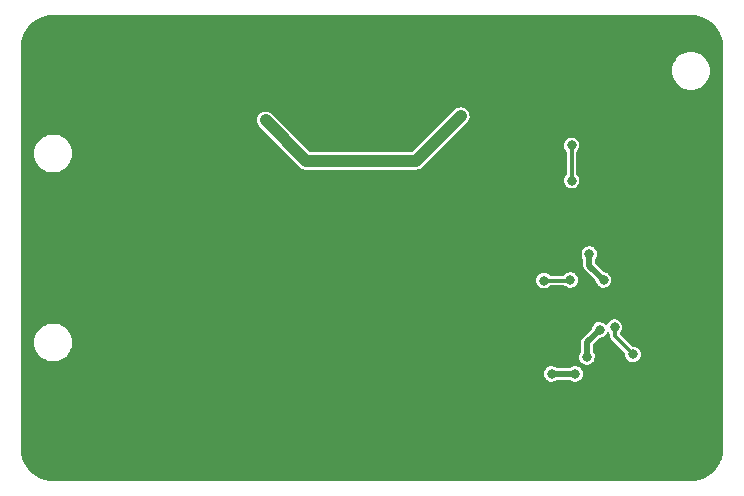
<source format=gbr>
%TF.GenerationSoftware,KiCad,Pcbnew,(6.0.2)*%
%TF.CreationDate,2022-09-18T20:27:37+02:00*%
%TF.ProjectId,8-4GHzDSN_V2,382d3447-487a-4445-934e-5f56322e6b69,rev?*%
%TF.SameCoordinates,Original*%
%TF.FileFunction,Copper,L2,Bot*%
%TF.FilePolarity,Positive*%
%FSLAX46Y46*%
G04 Gerber Fmt 4.6, Leading zero omitted, Abs format (unit mm)*
G04 Created by KiCad (PCBNEW (6.0.2)) date 2022-09-18 20:27:37*
%MOMM*%
%LPD*%
G01*
G04 APERTURE LIST*
%TA.AperFunction,SMDPad,CuDef*%
%ADD10R,1.524000X2.286000*%
%TD*%
%TA.AperFunction,ComponentPad*%
%ADD11C,0.400000*%
%TD*%
%TA.AperFunction,ComponentPad*%
%ADD12R,4.000000X2.000000*%
%TD*%
%TA.AperFunction,ComponentPad*%
%ADD13C,0.500000*%
%TD*%
%TA.AperFunction,SMDPad,CuDef*%
%ADD14R,1.800000X2.500000*%
%TD*%
%TA.AperFunction,ComponentPad*%
%ADD15C,0.600000*%
%TD*%
%TA.AperFunction,SMDPad,CuDef*%
%ADD16R,3.600000X3.600000*%
%TD*%
%TA.AperFunction,ComponentPad*%
%ADD17R,2.000000X4.000000*%
%TD*%
%TA.AperFunction,ViaPad*%
%ADD18C,0.800000*%
%TD*%
%TA.AperFunction,Conductor*%
%ADD19C,1.000000*%
%TD*%
%TA.AperFunction,Conductor*%
%ADD20C,0.300000*%
%TD*%
%TA.AperFunction,Conductor*%
%ADD21C,0.500000*%
%TD*%
G04 APERTURE END LIST*
D10*
%TO.P,U11,13,GND*%
%TO.N,GNDREF*%
X130550000Y-120000000D03*
D11*
X130750000Y-120000000D03*
%TD*%
D12*
%TO.P,J3,2,Ext*%
%TO.N,GNDREF*%
X157800000Y-110628000D03*
X157800000Y-115200000D03*
%TD*%
D13*
%TO.P,U1,2,GND*%
%TO.N,GNDREF*%
X111350000Y-121500000D03*
X111350000Y-121000000D03*
X110850000Y-121000000D03*
X110850000Y-121500000D03*
%TO.P,U1,4,GND*%
X111350000Y-118500000D03*
X110850000Y-118500000D03*
X111350000Y-119000000D03*
X110850000Y-119000000D03*
%TD*%
%TO.P,U5,3*%
%TO.N,GNDREF*%
X118900000Y-121000000D03*
X119775000Y-121000000D03*
%TO.P,U5,4*%
X118900000Y-119000000D03*
X119900000Y-119000000D03*
%TD*%
%TO.P,U15,9,EP*%
%TO.N,GNDREF*%
X148052500Y-103282500D03*
X148052500Y-105282500D03*
D14*
X147402500Y-104282500D03*
D13*
X146752500Y-103282500D03*
X148052500Y-104282500D03*
X146752500Y-104282500D03*
X146752500Y-105282500D03*
%TD*%
D12*
%TO.P,J2,2,Ext*%
%TO.N,GNDREF*%
X102250000Y-122286000D03*
X102250000Y-117714000D03*
%TD*%
D15*
%TO.P,U22,33,EP*%
%TO.N,GNDREF*%
X147200000Y-125200000D03*
X144200000Y-128200000D03*
X147200000Y-128200000D03*
X145700000Y-126700000D03*
X145700000Y-128200000D03*
D16*
X145700000Y-126700000D03*
D15*
X147200000Y-126700000D03*
X144200000Y-125200000D03*
X145700000Y-125200000D03*
X144200000Y-126700000D03*
%TD*%
D17*
%TO.P,J4,2,Ext*%
%TO.N,GNDREF*%
X135286000Y-137750000D03*
X130714000Y-137750000D03*
%TD*%
D18*
%TO.N,GNDREF*%
X115800000Y-118600000D03*
X136137500Y-113562500D03*
X124400000Y-118600000D03*
X104600000Y-121400000D03*
X105700000Y-118600000D03*
X117000000Y-118600000D03*
X139600000Y-129200000D03*
X117300000Y-121400000D03*
X128000000Y-118600000D03*
X132000000Y-134000000D03*
X151300000Y-116600000D03*
X129250000Y-118600000D03*
X134700000Y-125400000D03*
X147600000Y-132400000D03*
X152800000Y-114200000D03*
X125600000Y-118600000D03*
X134700000Y-131500000D03*
X140800000Y-104800000D03*
X108200000Y-121400000D03*
X141900000Y-112900000D03*
X143700000Y-111600000D03*
X144202500Y-108082500D03*
X124400000Y-121400000D03*
X142700000Y-112100000D03*
X120800000Y-121400000D03*
X132000000Y-128100000D03*
X138800000Y-132800000D03*
X109400000Y-121400000D03*
X136137500Y-114700000D03*
X143600000Y-121100000D03*
X144900000Y-111600000D03*
X149300000Y-111600000D03*
X153600000Y-122900000D03*
X152000000Y-107400000D03*
X150400000Y-111600000D03*
X132000000Y-130400000D03*
X157800000Y-129000000D03*
X152800000Y-111600000D03*
X142000000Y-116600000D03*
X134700000Y-124200000D03*
X120800000Y-118600000D03*
X131800000Y-135100000D03*
X116250000Y-105750000D03*
X141200000Y-113600000D03*
X128925000Y-106775000D03*
X137518750Y-127618750D03*
X123200000Y-121400000D03*
X134300000Y-118600000D03*
X122000000Y-118600000D03*
X127850000Y-104800000D03*
X126800000Y-118600000D03*
X134700000Y-130300000D03*
X114600000Y-118600000D03*
X151600000Y-114200000D03*
X144300000Y-114300000D03*
X126625000Y-106775000D03*
X129100000Y-104800000D03*
X155200000Y-111600000D03*
X140018750Y-125381250D03*
X144400000Y-132400000D03*
X132000000Y-125700000D03*
X132000000Y-132800000D03*
X148100000Y-111600000D03*
X112500000Y-121400000D03*
X134700000Y-129100000D03*
X113700000Y-121400000D03*
X123200000Y-118600000D03*
X104500000Y-118600000D03*
X105800000Y-121400000D03*
X154000000Y-114200000D03*
X150400000Y-114200000D03*
X107000000Y-121400000D03*
X148100000Y-114200000D03*
X135500000Y-118600000D03*
X147200000Y-121100000D03*
X120100000Y-106337500D03*
X155200000Y-114200000D03*
X113400000Y-118600000D03*
X134700000Y-132700000D03*
X127850000Y-108550000D03*
X153300000Y-120800000D03*
X118100000Y-118600000D03*
X126600000Y-104800000D03*
X130350000Y-106800000D03*
X152200000Y-126700000D03*
X143700000Y-136300000D03*
X111200000Y-108200000D03*
X116100000Y-121400000D03*
X142800000Y-115800000D03*
X128850000Y-108550000D03*
X122000000Y-121400000D03*
X149300000Y-114200000D03*
X130350000Y-104800000D03*
X140937500Y-130825000D03*
X134700000Y-126600000D03*
X142400000Y-108800000D03*
X151775000Y-122900000D03*
X126800000Y-121400000D03*
X152400000Y-134900000D03*
X132000000Y-131600000D03*
X143500000Y-115100000D03*
X145600000Y-114300000D03*
X154000000Y-111600000D03*
X132000000Y-126900000D03*
X128000000Y-121400000D03*
X151600000Y-111600000D03*
X114900000Y-121400000D03*
X133100000Y-118600000D03*
X109300000Y-118600000D03*
X130350000Y-108550000D03*
X108100000Y-118600000D03*
X125600000Y-121400000D03*
X132000000Y-129200000D03*
X134700000Y-127800000D03*
X121600000Y-113500000D03*
X136100000Y-115900000D03*
X126600000Y-108550000D03*
X127875000Y-106775000D03*
X131300000Y-124800000D03*
X106900000Y-118600000D03*
%TO.N,+5V*%
X121000000Y-109200000D03*
X137500000Y-108850000D03*
%TO.N,+3V3*%
X146900000Y-114300000D03*
X146900000Y-111300000D03*
%TO.N,Net-(C21-Pad1)*%
X144562500Y-122762500D03*
X150537500Y-126700000D03*
X152100000Y-128999500D03*
X146800000Y-122700000D03*
%TO.N,Net-(C27-Pad1)*%
X147199500Y-130650480D03*
X148200980Y-129220102D03*
X149273739Y-126922774D03*
X145200500Y-130650480D03*
%TO.N,Net-(C35-Pad1)*%
X149600000Y-122700000D03*
X148400000Y-120500000D03*
%TD*%
D19*
%TO.N,+5V*%
X124400000Y-112600000D02*
X133750000Y-112600000D01*
X133750000Y-112600000D02*
X137500000Y-108850000D01*
X121000000Y-109200000D02*
X124400000Y-112600000D01*
D20*
%TO.N,+3V3*%
X146900000Y-111300000D02*
X146900000Y-114300000D01*
%TO.N,Net-(C21-Pad1)*%
X150537500Y-126700000D02*
X150537500Y-127237500D01*
X146737500Y-122762500D02*
X146800000Y-122700000D01*
X150537500Y-127237500D02*
X150537500Y-127437000D01*
X150537500Y-127437000D02*
X152100000Y-128999500D01*
X144562500Y-122762500D02*
X146737500Y-122762500D01*
D21*
%TO.N,Net-(C27-Pad1)*%
X148200980Y-129220102D02*
X148200980Y-127995533D01*
X145200500Y-130650480D02*
X147199500Y-130650480D01*
X148200980Y-127995533D02*
X149273739Y-126922774D01*
%TO.N,Net-(C35-Pad1)*%
X148400000Y-120500000D02*
X148400000Y-121500000D01*
X148400000Y-121500000D02*
X149600000Y-122700000D01*
%TD*%
%TA.AperFunction,Conductor*%
%TO.N,GNDREF*%
G36*
X156987153Y-100256421D02*
G01*
X157000000Y-100258976D01*
X157012170Y-100256556D01*
X157024581Y-100256556D01*
X157024581Y-100256757D01*
X157035469Y-100255992D01*
X157300393Y-100270870D01*
X157314425Y-100272450D01*
X157459248Y-100297057D01*
X157604066Y-100321663D01*
X157617841Y-100324807D01*
X157704600Y-100349802D01*
X157900156Y-100406141D01*
X157913477Y-100410802D01*
X158184912Y-100523234D01*
X158197635Y-100529361D01*
X158286523Y-100578488D01*
X158454768Y-100671474D01*
X158466731Y-100678991D01*
X158706329Y-100848994D01*
X158717377Y-100857804D01*
X158936439Y-101053570D01*
X158946430Y-101063561D01*
X159142196Y-101282623D01*
X159151006Y-101293671D01*
X159321009Y-101533269D01*
X159328526Y-101545232D01*
X159470637Y-101802361D01*
X159476766Y-101815088D01*
X159589198Y-102086523D01*
X159593859Y-102099844D01*
X159650198Y-102295400D01*
X159675193Y-102382159D01*
X159678337Y-102395934D01*
X159727549Y-102685570D01*
X159729131Y-102699611D01*
X159744008Y-102964528D01*
X159743243Y-102975419D01*
X159743444Y-102975419D01*
X159743444Y-102987830D01*
X159741024Y-103000000D01*
X159743579Y-103012844D01*
X159746000Y-103037425D01*
X159746000Y-136962575D01*
X159743579Y-136987153D01*
X159741024Y-137000000D01*
X159743444Y-137012170D01*
X159743444Y-137024581D01*
X159743243Y-137024581D01*
X159744008Y-137035472D01*
X159729131Y-137300389D01*
X159727549Y-137314430D01*
X159678337Y-137604066D01*
X159675193Y-137617841D01*
X159593859Y-137900156D01*
X159589198Y-137913477D01*
X159476768Y-138184908D01*
X159470637Y-138197639D01*
X159328526Y-138454768D01*
X159321009Y-138466731D01*
X159151006Y-138706329D01*
X159142196Y-138717377D01*
X158946430Y-138936439D01*
X158936439Y-138946430D01*
X158717377Y-139142196D01*
X158706329Y-139151006D01*
X158466731Y-139321009D01*
X158454768Y-139328526D01*
X158197635Y-139470639D01*
X158184912Y-139476766D01*
X157913477Y-139589198D01*
X157900156Y-139593859D01*
X157704600Y-139650198D01*
X157617841Y-139675193D01*
X157604066Y-139678337D01*
X157459248Y-139702943D01*
X157314425Y-139727550D01*
X157300393Y-139729130D01*
X157035469Y-139744008D01*
X157024581Y-139743243D01*
X157024581Y-139743444D01*
X157012170Y-139743444D01*
X157000000Y-139741024D01*
X156987153Y-139743579D01*
X156962575Y-139746000D01*
X103037425Y-139746000D01*
X103012847Y-139743579D01*
X103000000Y-139741024D01*
X102987830Y-139743444D01*
X102975419Y-139743444D01*
X102975419Y-139743243D01*
X102964531Y-139744008D01*
X102699607Y-139729130D01*
X102685575Y-139727550D01*
X102540752Y-139702943D01*
X102395934Y-139678337D01*
X102382159Y-139675193D01*
X102295400Y-139650198D01*
X102099844Y-139593859D01*
X102086523Y-139589198D01*
X101815088Y-139476766D01*
X101802365Y-139470639D01*
X101545232Y-139328526D01*
X101533269Y-139321009D01*
X101293671Y-139151006D01*
X101282623Y-139142196D01*
X101063561Y-138946430D01*
X101053570Y-138936439D01*
X100857804Y-138717377D01*
X100848994Y-138706329D01*
X100678991Y-138466731D01*
X100671474Y-138454768D01*
X100529363Y-138197639D01*
X100523232Y-138184908D01*
X100410802Y-137913477D01*
X100406141Y-137900156D01*
X100324807Y-137617841D01*
X100321663Y-137604066D01*
X100272451Y-137314430D01*
X100270869Y-137300389D01*
X100255992Y-137035472D01*
X100256757Y-137024581D01*
X100256556Y-137024581D01*
X100256556Y-137012170D01*
X100258976Y-137000000D01*
X100256421Y-136987153D01*
X100254000Y-136962575D01*
X100254000Y-130643576D01*
X144541229Y-130643576D01*
X144558613Y-130801033D01*
X144613053Y-130949799D01*
X144701408Y-131081285D01*
X144707027Y-131086398D01*
X144707028Y-131086399D01*
X144718403Y-131096749D01*
X144818576Y-131187899D01*
X144957793Y-131263488D01*
X145111022Y-131303687D01*
X145194977Y-131305006D01*
X145261819Y-131306056D01*
X145261822Y-131306056D01*
X145269416Y-131306175D01*
X145423832Y-131270809D01*
X145494242Y-131235397D01*
X145558572Y-131203043D01*
X145558575Y-131203041D01*
X145565355Y-131199631D01*
X145582289Y-131185168D01*
X145647079Y-131156138D01*
X145664119Y-131154980D01*
X146732653Y-131154980D01*
X146800774Y-131174982D01*
X146805568Y-131178665D01*
X146805766Y-131178387D01*
X146811959Y-131182788D01*
X146817576Y-131187899D01*
X146956793Y-131263488D01*
X147110022Y-131303687D01*
X147193977Y-131305006D01*
X147260819Y-131306056D01*
X147260822Y-131306056D01*
X147268416Y-131306175D01*
X147422832Y-131270809D01*
X147493242Y-131235397D01*
X147557572Y-131203043D01*
X147557575Y-131203041D01*
X147564355Y-131199631D01*
X147570126Y-131194702D01*
X147570129Y-131194700D01*
X147679036Y-131101684D01*
X147679036Y-131101683D01*
X147684814Y-131096749D01*
X147777255Y-130968104D01*
X147836342Y-130821121D01*
X147858662Y-130664287D01*
X147858807Y-130650480D01*
X147839776Y-130493213D01*
X147783780Y-130345026D01*
X147694053Y-130214472D01*
X147575775Y-130109091D01*
X147568389Y-130105180D01*
X147442488Y-130038519D01*
X147442489Y-130038519D01*
X147435774Y-130034964D01*
X147282133Y-129996372D01*
X147274534Y-129996332D01*
X147274533Y-129996332D01*
X147208681Y-129995987D01*
X147123721Y-129995542D01*
X147116341Y-129997314D01*
X147116339Y-129997314D01*
X146977063Y-130030751D01*
X146977060Y-130030752D01*
X146969684Y-130032523D01*
X146828914Y-130105180D01*
X146823192Y-130110172D01*
X146823190Y-130110173D01*
X146817736Y-130114931D01*
X146753253Y-130144637D01*
X146734909Y-130145980D01*
X145666167Y-130145980D01*
X145598046Y-130125978D01*
X145582643Y-130114282D01*
X145582454Y-130114150D01*
X145576775Y-130109091D01*
X145436774Y-130034964D01*
X145283133Y-129996372D01*
X145275534Y-129996332D01*
X145275533Y-129996332D01*
X145209681Y-129995987D01*
X145124721Y-129995542D01*
X145117341Y-129997314D01*
X145117339Y-129997314D01*
X144978063Y-130030751D01*
X144978060Y-130030752D01*
X144970684Y-130032523D01*
X144829914Y-130105180D01*
X144710539Y-130209318D01*
X144619450Y-130338924D01*
X144561906Y-130486517D01*
X144541229Y-130643576D01*
X100254000Y-130643576D01*
X100254000Y-128000000D01*
X101390539Y-128000000D01*
X101410354Y-128251775D01*
X101411508Y-128256582D01*
X101411509Y-128256588D01*
X101433274Y-128347243D01*
X101469312Y-128497351D01*
X101471205Y-128501922D01*
X101471206Y-128501924D01*
X101553728Y-128701149D01*
X101565960Y-128730680D01*
X101697919Y-128946017D01*
X101861939Y-129138061D01*
X102053983Y-129302081D01*
X102269320Y-129434040D01*
X102273890Y-129435933D01*
X102273894Y-129435935D01*
X102475448Y-129519421D01*
X102502649Y-129530688D01*
X102543694Y-129540542D01*
X102743412Y-129588491D01*
X102743418Y-129588492D01*
X102748225Y-129589646D01*
X102836253Y-129596574D01*
X102934507Y-129604307D01*
X102934516Y-129604307D01*
X102936964Y-129604500D01*
X103063036Y-129604500D01*
X103065484Y-129604307D01*
X103065493Y-129604307D01*
X103163747Y-129596574D01*
X103251775Y-129589646D01*
X103256582Y-129588492D01*
X103256588Y-129588491D01*
X103456306Y-129540542D01*
X103497351Y-129530688D01*
X103524552Y-129519421D01*
X103726106Y-129435935D01*
X103726110Y-129435933D01*
X103730680Y-129434040D01*
X103946017Y-129302081D01*
X104050086Y-129213198D01*
X147541709Y-129213198D01*
X147550374Y-129291685D01*
X147553865Y-129323298D01*
X147559093Y-129370655D01*
X147561703Y-129377786D01*
X147561703Y-129377788D01*
X147586581Y-129445769D01*
X147613533Y-129519421D01*
X147617769Y-129525724D01*
X147617769Y-129525725D01*
X147635468Y-129552063D01*
X147701888Y-129650907D01*
X147707507Y-129656020D01*
X147707508Y-129656021D01*
X147718883Y-129666371D01*
X147819056Y-129757521D01*
X147958273Y-129833110D01*
X148111502Y-129873309D01*
X148195457Y-129874628D01*
X148262299Y-129875678D01*
X148262302Y-129875678D01*
X148269896Y-129875797D01*
X148424312Y-129840431D01*
X148494722Y-129805019D01*
X148559052Y-129772665D01*
X148559055Y-129772663D01*
X148565835Y-129769253D01*
X148571606Y-129764324D01*
X148571609Y-129764322D01*
X148680516Y-129671306D01*
X148680516Y-129671305D01*
X148686294Y-129666371D01*
X148778735Y-129537726D01*
X148837822Y-129390743D01*
X148860142Y-129233909D01*
X148860287Y-129220102D01*
X148841256Y-129062835D01*
X148785260Y-128914648D01*
X148727640Y-128830810D01*
X148705480Y-128759443D01*
X148705480Y-128256694D01*
X148725482Y-128188573D01*
X148742385Y-128167599D01*
X149302573Y-127607411D01*
X149363539Y-127573686D01*
X149489666Y-127544799D01*
X149497071Y-127543103D01*
X149588451Y-127497144D01*
X149631811Y-127475337D01*
X149631814Y-127475335D01*
X149638594Y-127471925D01*
X149644365Y-127466996D01*
X149644368Y-127466994D01*
X149753275Y-127373978D01*
X149753275Y-127373977D01*
X149759053Y-127369043D01*
X149851494Y-127240398D01*
X149866192Y-127203836D01*
X149910159Y-127148092D01*
X149977284Y-127124967D01*
X150046255Y-127141804D01*
X150067900Y-127157641D01*
X150091801Y-127179390D01*
X150128723Y-127240031D01*
X150133000Y-127272582D01*
X150133000Y-127501066D01*
X150136065Y-127510498D01*
X150136065Y-127510500D01*
X150139895Y-127522287D01*
X150144511Y-127541513D01*
X150148002Y-127563555D01*
X150155601Y-127578469D01*
X150158133Y-127583438D01*
X150165699Y-127601704D01*
X150172595Y-127622929D01*
X150178425Y-127630953D01*
X150185716Y-127640989D01*
X150196045Y-127657844D01*
X150206174Y-127677723D01*
X150228962Y-127700511D01*
X150228965Y-127700515D01*
X150836344Y-128307893D01*
X151406136Y-128877685D01*
X151440161Y-128939997D01*
X151441722Y-128977468D01*
X151441800Y-128977469D01*
X151441784Y-128978967D01*
X151441962Y-128983231D01*
X151440729Y-128992596D01*
X151448484Y-129062835D01*
X151457144Y-129141274D01*
X151458113Y-129150053D01*
X151460723Y-129157184D01*
X151460723Y-129157186D01*
X151488800Y-129233909D01*
X151512553Y-129298819D01*
X151516789Y-129305122D01*
X151516789Y-129305123D01*
X151579064Y-129397797D01*
X151600908Y-129430305D01*
X151606527Y-129435418D01*
X151606528Y-129435419D01*
X151698846Y-129519421D01*
X151718076Y-129536919D01*
X151857293Y-129612508D01*
X152010522Y-129652707D01*
X152094477Y-129654026D01*
X152161319Y-129655076D01*
X152161322Y-129655076D01*
X152168916Y-129655195D01*
X152323332Y-129619829D01*
X152393742Y-129584417D01*
X152458072Y-129552063D01*
X152458075Y-129552061D01*
X152464855Y-129548651D01*
X152470626Y-129543722D01*
X152470629Y-129543720D01*
X152579536Y-129450704D01*
X152579536Y-129450703D01*
X152585314Y-129445769D01*
X152677755Y-129317124D01*
X152736842Y-129170141D01*
X152759162Y-129013307D01*
X152759307Y-128999500D01*
X152740276Y-128842233D01*
X152684280Y-128694046D01*
X152594553Y-128563492D01*
X152476275Y-128458111D01*
X152336274Y-128383984D01*
X152182633Y-128345392D01*
X152175034Y-128345352D01*
X152175033Y-128345352D01*
X152079292Y-128344851D01*
X152068878Y-128344796D01*
X152000863Y-128324438D01*
X151980443Y-128307893D01*
X151009172Y-127336622D01*
X150975146Y-127274310D01*
X150980211Y-127203495D01*
X151012496Y-127157349D01*
X151011894Y-127156796D01*
X151016029Y-127152299D01*
X151016438Y-127151715D01*
X151022814Y-127146269D01*
X151115255Y-127017624D01*
X151174342Y-126870641D01*
X151196662Y-126713807D01*
X151196807Y-126700000D01*
X151196243Y-126695335D01*
X151185311Y-126605002D01*
X151177776Y-126542733D01*
X151121780Y-126394546D01*
X151061789Y-126307258D01*
X151036355Y-126270251D01*
X151036354Y-126270249D01*
X151032053Y-126263992D01*
X150913775Y-126158611D01*
X150906389Y-126154700D01*
X150780488Y-126088039D01*
X150780489Y-126088039D01*
X150773774Y-126084484D01*
X150620133Y-126045892D01*
X150612534Y-126045852D01*
X150612533Y-126045852D01*
X150546681Y-126045507D01*
X150461721Y-126045062D01*
X150454341Y-126046834D01*
X150454339Y-126046834D01*
X150315063Y-126080271D01*
X150315060Y-126080272D01*
X150307684Y-126082043D01*
X150166914Y-126154700D01*
X150047539Y-126258838D01*
X149956450Y-126388444D01*
X149953690Y-126395524D01*
X149945343Y-126416932D01*
X149901962Y-126473133D01*
X149835083Y-126496960D01*
X149765939Y-126480847D01*
X149744132Y-126465239D01*
X149655690Y-126386441D01*
X149655684Y-126386437D01*
X149650014Y-126381385D01*
X149642628Y-126377474D01*
X149600790Y-126355322D01*
X149510013Y-126307258D01*
X149356372Y-126268666D01*
X149348773Y-126268626D01*
X149348772Y-126268626D01*
X149282920Y-126268281D01*
X149197960Y-126267836D01*
X149190580Y-126269608D01*
X149190578Y-126269608D01*
X149051302Y-126303045D01*
X149051299Y-126303046D01*
X149043923Y-126304817D01*
X148903153Y-126377474D01*
X148783778Y-126481612D01*
X148692689Y-126611218D01*
X148689929Y-126618298D01*
X148650768Y-126718741D01*
X148635145Y-126758811D01*
X148634154Y-126766342D01*
X148634153Y-126766344D01*
X148627221Y-126819000D01*
X148598498Y-126883927D01*
X148591394Y-126891648D01*
X147894186Y-127588856D01*
X147884746Y-127596398D01*
X147885069Y-127596778D01*
X147878233Y-127602596D01*
X147870641Y-127607386D01*
X147864699Y-127614114D01*
X147835309Y-127647392D01*
X147829963Y-127653079D01*
X147818629Y-127664413D01*
X147815944Y-127667996D01*
X147815942Y-127667998D01*
X147812427Y-127672688D01*
X147806042Y-127680531D01*
X147774979Y-127715703D01*
X147771166Y-127723825D01*
X147769326Y-127726626D01*
X147760917Y-127740621D01*
X147759295Y-127743584D01*
X147753910Y-127750769D01*
X147750757Y-127759179D01*
X147750756Y-127759181D01*
X147737434Y-127794715D01*
X147733510Y-127804028D01*
X147713563Y-127846515D01*
X147712181Y-127855389D01*
X147711195Y-127858616D01*
X147707055Y-127874399D01*
X147706334Y-127877677D01*
X147703182Y-127886085D01*
X147702517Y-127895036D01*
X147699704Y-127932890D01*
X147698550Y-127942937D01*
X147696480Y-127956230D01*
X147696480Y-127971595D01*
X147696134Y-127980932D01*
X147692473Y-128030200D01*
X147694346Y-128038975D01*
X147694939Y-128047671D01*
X147696480Y-128062271D01*
X147696480Y-128759778D01*
X147673567Y-128832228D01*
X147619930Y-128908546D01*
X147593058Y-128977469D01*
X147584469Y-128999500D01*
X147562386Y-129056139D01*
X147561394Y-129063672D01*
X147561394Y-129063673D01*
X147546449Y-129177195D01*
X147541709Y-129213198D01*
X104050086Y-129213198D01*
X104138061Y-129138061D01*
X104302081Y-128946017D01*
X104434040Y-128730680D01*
X104446273Y-128701149D01*
X104528794Y-128501924D01*
X104528795Y-128501922D01*
X104530688Y-128497351D01*
X104566726Y-128347243D01*
X104588491Y-128256588D01*
X104588492Y-128256582D01*
X104589646Y-128251775D01*
X104609461Y-128000000D01*
X104589646Y-127748225D01*
X104588492Y-127743418D01*
X104588491Y-127743412D01*
X104537667Y-127531720D01*
X104530688Y-127502649D01*
X104500212Y-127429073D01*
X104498672Y-127425354D01*
X145339475Y-127425354D01*
X145342258Y-127429073D01*
X145496680Y-127486502D01*
X145510278Y-127489892D01*
X145675990Y-127512004D01*
X145689986Y-127512297D01*
X145856477Y-127497144D01*
X145870204Y-127494327D01*
X146029202Y-127442666D01*
X146041953Y-127436881D01*
X146048769Y-127432818D01*
X146058358Y-127422476D01*
X146054852Y-127414062D01*
X145712812Y-127072022D01*
X145698868Y-127064408D01*
X145697035Y-127064539D01*
X145690421Y-127068790D01*
X145346232Y-127412979D01*
X145339475Y-127425354D01*
X104498672Y-127425354D01*
X104435935Y-127273894D01*
X104435933Y-127273890D01*
X104434040Y-127269320D01*
X104302081Y-127053983D01*
X104138061Y-126861939D01*
X103946017Y-126697919D01*
X103942331Y-126695660D01*
X144887654Y-126695660D01*
X144903968Y-126862047D01*
X144906879Y-126875741D01*
X144959650Y-127034375D01*
X144965524Y-127047088D01*
X144966768Y-127049143D01*
X144977174Y-127058657D01*
X144985794Y-127054995D01*
X145327979Y-126712811D01*
X145334356Y-126701132D01*
X146064408Y-126701132D01*
X146064539Y-126702966D01*
X146068790Y-126709579D01*
X146412504Y-127053293D01*
X146424879Y-127060050D01*
X146428696Y-127057193D01*
X146485065Y-126908802D01*
X146488549Y-126895233D01*
X146512244Y-126726627D01*
X146512851Y-126718741D01*
X146513058Y-126703962D01*
X146512671Y-126696061D01*
X146493692Y-126526855D01*
X146490590Y-126513202D01*
X146435610Y-126355322D01*
X146432281Y-126348372D01*
X146423605Y-126340659D01*
X146414558Y-126344653D01*
X146072021Y-126687189D01*
X146064408Y-126701132D01*
X145334356Y-126701132D01*
X145335592Y-126698868D01*
X145335461Y-126697034D01*
X145331210Y-126690421D01*
X144987458Y-126346669D01*
X144975083Y-126339912D01*
X144969926Y-126343772D01*
X144969273Y-126345089D01*
X144912096Y-126502180D01*
X144908803Y-126515795D01*
X144887850Y-126681653D01*
X144887654Y-126695660D01*
X103942331Y-126695660D01*
X103730680Y-126565960D01*
X103726110Y-126564067D01*
X103726106Y-126564065D01*
X103501924Y-126471206D01*
X103501922Y-126471205D01*
X103497351Y-126469312D01*
X103411135Y-126448613D01*
X103256588Y-126411509D01*
X103256582Y-126411508D01*
X103251775Y-126410354D01*
X103163747Y-126403426D01*
X103065493Y-126395693D01*
X103065484Y-126395693D01*
X103063036Y-126395500D01*
X102936964Y-126395500D01*
X102934516Y-126395693D01*
X102934507Y-126395693D01*
X102836253Y-126403426D01*
X102748225Y-126410354D01*
X102743418Y-126411508D01*
X102743412Y-126411509D01*
X102588865Y-126448613D01*
X102502649Y-126469312D01*
X102498078Y-126471205D01*
X102498076Y-126471206D01*
X102273894Y-126564065D01*
X102273890Y-126564067D01*
X102269320Y-126565960D01*
X102053983Y-126697919D01*
X101861939Y-126861939D01*
X101697919Y-127053983D01*
X101565960Y-127269320D01*
X101564067Y-127273890D01*
X101564065Y-127273894D01*
X101499788Y-127429073D01*
X101469312Y-127502649D01*
X101462333Y-127531720D01*
X101411509Y-127743412D01*
X101411508Y-127743418D01*
X101410354Y-127748225D01*
X101390539Y-128000000D01*
X100254000Y-128000000D01*
X100254000Y-125976799D01*
X145341016Y-125976799D01*
X145344840Y-125985629D01*
X145687189Y-126327979D01*
X145701132Y-126335592D01*
X145702966Y-126335461D01*
X145709579Y-126331210D01*
X146052914Y-125987875D01*
X146059671Y-125975500D01*
X146055105Y-125969400D01*
X146049802Y-125966813D01*
X145892309Y-125910732D01*
X145878685Y-125907536D01*
X145712670Y-125887741D01*
X145698673Y-125887643D01*
X145532404Y-125905118D01*
X145518725Y-125908126D01*
X145360463Y-125962002D01*
X145349855Y-125966994D01*
X145341016Y-125976799D01*
X100254000Y-125976799D01*
X100254000Y-122755596D01*
X143903229Y-122755596D01*
X143908768Y-122805763D01*
X143915931Y-122870641D01*
X143920613Y-122913053D01*
X143923223Y-122920184D01*
X143923223Y-122920186D01*
X143952182Y-122999319D01*
X143975053Y-123061819D01*
X143979289Y-123068122D01*
X143979289Y-123068123D01*
X144048494Y-123171110D01*
X144063408Y-123193305D01*
X144069027Y-123198418D01*
X144069028Y-123198419D01*
X144119363Y-123244220D01*
X144180576Y-123299919D01*
X144319793Y-123375508D01*
X144473022Y-123415707D01*
X144556977Y-123417026D01*
X144623819Y-123418076D01*
X144623822Y-123418076D01*
X144631416Y-123418195D01*
X144785832Y-123382829D01*
X144856242Y-123347417D01*
X144920572Y-123315063D01*
X144920575Y-123315061D01*
X144927355Y-123311651D01*
X144933126Y-123306722D01*
X144933129Y-123306720D01*
X145042037Y-123213703D01*
X145047814Y-123208769D01*
X145049355Y-123206625D01*
X145108375Y-123171110D01*
X145140293Y-123167000D01*
X146291941Y-123167000D01*
X146360062Y-123187002D01*
X146376739Y-123199805D01*
X146418076Y-123237419D01*
X146557293Y-123313008D01*
X146710522Y-123353207D01*
X146794477Y-123354526D01*
X146861319Y-123355576D01*
X146861322Y-123355576D01*
X146868916Y-123355695D01*
X147023332Y-123320329D01*
X147093742Y-123284917D01*
X147158072Y-123252563D01*
X147158075Y-123252561D01*
X147164855Y-123249151D01*
X147170626Y-123244222D01*
X147170629Y-123244220D01*
X147279536Y-123151204D01*
X147279536Y-123151203D01*
X147285314Y-123146269D01*
X147377755Y-123017624D01*
X147436842Y-122870641D01*
X147459162Y-122713807D01*
X147459307Y-122700000D01*
X147440276Y-122542733D01*
X147384280Y-122394546D01*
X147345416Y-122337998D01*
X147298855Y-122270251D01*
X147298854Y-122270249D01*
X147294553Y-122263992D01*
X147283167Y-122253847D01*
X147181946Y-122163664D01*
X147176275Y-122158611D01*
X147168889Y-122154700D01*
X147079936Y-122107602D01*
X147036274Y-122084484D01*
X146882633Y-122045892D01*
X146875034Y-122045852D01*
X146875033Y-122045852D01*
X146809181Y-122045507D01*
X146724221Y-122045062D01*
X146716841Y-122046834D01*
X146716839Y-122046834D01*
X146577563Y-122080271D01*
X146577560Y-122080272D01*
X146570184Y-122082043D01*
X146429414Y-122154700D01*
X146423695Y-122159689D01*
X146361760Y-122213719D01*
X146310039Y-122258838D01*
X146305674Y-122265049D01*
X146277981Y-122304452D01*
X146222446Y-122348683D01*
X146174895Y-122358000D01*
X145140406Y-122358000D01*
X145072285Y-122337998D01*
X145056587Y-122326077D01*
X145045665Y-122316346D01*
X144938775Y-122221111D01*
X144931389Y-122217200D01*
X144805488Y-122150539D01*
X144805489Y-122150539D01*
X144798774Y-122146984D01*
X144645133Y-122108392D01*
X144637534Y-122108352D01*
X144637533Y-122108352D01*
X144571681Y-122108007D01*
X144486721Y-122107562D01*
X144479341Y-122109334D01*
X144479339Y-122109334D01*
X144340063Y-122142771D01*
X144340060Y-122142772D01*
X144332684Y-122144543D01*
X144191914Y-122217200D01*
X144072539Y-122321338D01*
X143981450Y-122450944D01*
X143923906Y-122598537D01*
X143922914Y-122606070D01*
X143922914Y-122606071D01*
X143906534Y-122730495D01*
X143903229Y-122755596D01*
X100254000Y-122755596D01*
X100254000Y-120493096D01*
X147740729Y-120493096D01*
X147758113Y-120650553D01*
X147812553Y-120799319D01*
X147816789Y-120805622D01*
X147816789Y-120805623D01*
X147874082Y-120890884D01*
X147895500Y-120961160D01*
X147895500Y-121429376D01*
X147894159Y-121441381D01*
X147894655Y-121441421D01*
X147893935Y-121450368D01*
X147891954Y-121459124D01*
X147892510Y-121468084D01*
X147895258Y-121512382D01*
X147895500Y-121520184D01*
X147895500Y-121536226D01*
X147896135Y-121540657D01*
X147896135Y-121540662D01*
X147896965Y-121546453D01*
X147897996Y-121556514D01*
X147900902Y-121603359D01*
X147903949Y-121611799D01*
X147904630Y-121615089D01*
X147908582Y-121630938D01*
X147909527Y-121634168D01*
X147910799Y-121643052D01*
X147914514Y-121651223D01*
X147930218Y-121685763D01*
X147934030Y-121695128D01*
X147946922Y-121730837D01*
X147946924Y-121730840D01*
X147949972Y-121739284D01*
X147955268Y-121746533D01*
X147956840Y-121749490D01*
X147965093Y-121763614D01*
X147966898Y-121766437D01*
X147970612Y-121774605D01*
X147976469Y-121781402D01*
X147976470Y-121781404D01*
X148001243Y-121810153D01*
X148007525Y-121818064D01*
X148015473Y-121828944D01*
X148026335Y-121839806D01*
X148032693Y-121846652D01*
X148064944Y-121884082D01*
X148072479Y-121888966D01*
X148079051Y-121894699D01*
X148090455Y-121903926D01*
X148917024Y-122730495D01*
X148951050Y-122792807D01*
X148953167Y-122805759D01*
X148958113Y-122850553D01*
X148960723Y-122857684D01*
X148960723Y-122857686D01*
X148983595Y-122920186D01*
X149012553Y-122999319D01*
X149100908Y-123130805D01*
X149106527Y-123135918D01*
X149106528Y-123135919D01*
X149186590Y-123208769D01*
X149218076Y-123237419D01*
X149357293Y-123313008D01*
X149510522Y-123353207D01*
X149594477Y-123354526D01*
X149661319Y-123355576D01*
X149661322Y-123355576D01*
X149668916Y-123355695D01*
X149823332Y-123320329D01*
X149893742Y-123284917D01*
X149958072Y-123252563D01*
X149958075Y-123252561D01*
X149964855Y-123249151D01*
X149970626Y-123244222D01*
X149970629Y-123244220D01*
X150079536Y-123151204D01*
X150079536Y-123151203D01*
X150085314Y-123146269D01*
X150177755Y-123017624D01*
X150236842Y-122870641D01*
X150259162Y-122713807D01*
X150259307Y-122700000D01*
X150240276Y-122542733D01*
X150184280Y-122394546D01*
X150145416Y-122337998D01*
X150098855Y-122270251D01*
X150098854Y-122270249D01*
X150094553Y-122263992D01*
X150083167Y-122253847D01*
X149981946Y-122163664D01*
X149976275Y-122158611D01*
X149968889Y-122154700D01*
X149879936Y-122107602D01*
X149836274Y-122084484D01*
X149828911Y-122082635D01*
X149828907Y-122082633D01*
X149685332Y-122046570D01*
X149626932Y-122013461D01*
X148941405Y-121327934D01*
X148907379Y-121265622D01*
X148904500Y-121238839D01*
X148904500Y-120960144D01*
X148928176Y-120886620D01*
X148977755Y-120817624D01*
X149036842Y-120670641D01*
X149059162Y-120513807D01*
X149059307Y-120500000D01*
X149040276Y-120342733D01*
X148984280Y-120194546D01*
X148894553Y-120063992D01*
X148776275Y-119958611D01*
X148768889Y-119954700D01*
X148642988Y-119888039D01*
X148642989Y-119888039D01*
X148636274Y-119884484D01*
X148482633Y-119845892D01*
X148475034Y-119845852D01*
X148475033Y-119845852D01*
X148409181Y-119845507D01*
X148324221Y-119845062D01*
X148316841Y-119846834D01*
X148316839Y-119846834D01*
X148177563Y-119880271D01*
X148177560Y-119880272D01*
X148170184Y-119882043D01*
X148029414Y-119954700D01*
X147910039Y-120058838D01*
X147818950Y-120188444D01*
X147761406Y-120336037D01*
X147740729Y-120493096D01*
X100254000Y-120493096D01*
X100254000Y-114293096D01*
X146240729Y-114293096D01*
X146258113Y-114450553D01*
X146312553Y-114599319D01*
X146400908Y-114730805D01*
X146406527Y-114735918D01*
X146406528Y-114735919D01*
X146417903Y-114746269D01*
X146518076Y-114837419D01*
X146657293Y-114913008D01*
X146810522Y-114953207D01*
X146894477Y-114954526D01*
X146961319Y-114955576D01*
X146961322Y-114955576D01*
X146968916Y-114955695D01*
X147123332Y-114920329D01*
X147193742Y-114884917D01*
X147258072Y-114852563D01*
X147258075Y-114852561D01*
X147264855Y-114849151D01*
X147270626Y-114844222D01*
X147270629Y-114844220D01*
X147379536Y-114751204D01*
X147379536Y-114751203D01*
X147385314Y-114746269D01*
X147477755Y-114617624D01*
X147536842Y-114470641D01*
X147559162Y-114313807D01*
X147559307Y-114300000D01*
X147540276Y-114142733D01*
X147484280Y-113994546D01*
X147394553Y-113863992D01*
X147346681Y-113821339D01*
X147309126Y-113761090D01*
X147304500Y-113727263D01*
X147304500Y-111873378D01*
X147324502Y-111805257D01*
X147348669Y-111777567D01*
X147379536Y-111751204D01*
X147385314Y-111746269D01*
X147477755Y-111617624D01*
X147536842Y-111470641D01*
X147559162Y-111313807D01*
X147559307Y-111300000D01*
X147540276Y-111142733D01*
X147484280Y-110994546D01*
X147394553Y-110863992D01*
X147276275Y-110758611D01*
X147268889Y-110754700D01*
X147142988Y-110688039D01*
X147142989Y-110688039D01*
X147136274Y-110684484D01*
X146982633Y-110645892D01*
X146975034Y-110645852D01*
X146975033Y-110645852D01*
X146909181Y-110645507D01*
X146824221Y-110645062D01*
X146816841Y-110646834D01*
X146816839Y-110646834D01*
X146677563Y-110680271D01*
X146677560Y-110680272D01*
X146670184Y-110682043D01*
X146529414Y-110754700D01*
X146410039Y-110858838D01*
X146318950Y-110988444D01*
X146261406Y-111136037D01*
X146260414Y-111143570D01*
X146260414Y-111143571D01*
X146244415Y-111265100D01*
X146240729Y-111293096D01*
X146258113Y-111450553D01*
X146260723Y-111457684D01*
X146260723Y-111457686D01*
X146275504Y-111498076D01*
X146312553Y-111599319D01*
X146316789Y-111605622D01*
X146316789Y-111605623D01*
X146396674Y-111724505D01*
X146396677Y-111724508D01*
X146400908Y-111730805D01*
X146423326Y-111751204D01*
X146454300Y-111779388D01*
X146491222Y-111840029D01*
X146495500Y-111872582D01*
X146495500Y-113726996D01*
X146475498Y-113795117D01*
X146452330Y-113821945D01*
X146410039Y-113858838D01*
X146318950Y-113988444D01*
X146261406Y-114136037D01*
X146240729Y-114293096D01*
X100254000Y-114293096D01*
X100254000Y-112000000D01*
X101390539Y-112000000D01*
X101410354Y-112251775D01*
X101411508Y-112256582D01*
X101411509Y-112256588D01*
X101448613Y-112411135D01*
X101469312Y-112497351D01*
X101565960Y-112730680D01*
X101697919Y-112946017D01*
X101861939Y-113138061D01*
X102053983Y-113302081D01*
X102269320Y-113434040D01*
X102273890Y-113435933D01*
X102273894Y-113435935D01*
X102498076Y-113528794D01*
X102502649Y-113530688D01*
X102588865Y-113551387D01*
X102743412Y-113588491D01*
X102743418Y-113588492D01*
X102748225Y-113589646D01*
X102836253Y-113596574D01*
X102934507Y-113604307D01*
X102934516Y-113604307D01*
X102936964Y-113604500D01*
X103063036Y-113604500D01*
X103065484Y-113604307D01*
X103065493Y-113604307D01*
X103163747Y-113596574D01*
X103251775Y-113589646D01*
X103256582Y-113588492D01*
X103256588Y-113588491D01*
X103411135Y-113551387D01*
X103497351Y-113530688D01*
X103501924Y-113528794D01*
X103726106Y-113435935D01*
X103726110Y-113435933D01*
X103730680Y-113434040D01*
X103946017Y-113302081D01*
X104138061Y-113138061D01*
X104302081Y-112946017D01*
X104434040Y-112730680D01*
X104530688Y-112497351D01*
X104551387Y-112411135D01*
X104588491Y-112256588D01*
X104588492Y-112256582D01*
X104589646Y-112251775D01*
X104609461Y-112000000D01*
X104589646Y-111748225D01*
X104588492Y-111743418D01*
X104588491Y-111743412D01*
X104531843Y-111507461D01*
X104530688Y-111502649D01*
X104517430Y-111470641D01*
X104435935Y-111273894D01*
X104435933Y-111273890D01*
X104434040Y-111269320D01*
X104302081Y-111053983D01*
X104138061Y-110861939D01*
X103946017Y-110697919D01*
X103730680Y-110565960D01*
X103726110Y-110564067D01*
X103726106Y-110564065D01*
X103501924Y-110471206D01*
X103501922Y-110471205D01*
X103497351Y-110469312D01*
X103411135Y-110448613D01*
X103256588Y-110411509D01*
X103256582Y-110411508D01*
X103251775Y-110410354D01*
X103163747Y-110403426D01*
X103065493Y-110395693D01*
X103065484Y-110395693D01*
X103063036Y-110395500D01*
X102936964Y-110395500D01*
X102934516Y-110395693D01*
X102934507Y-110395693D01*
X102836253Y-110403426D01*
X102748225Y-110410354D01*
X102743418Y-110411508D01*
X102743412Y-110411509D01*
X102588865Y-110448613D01*
X102502649Y-110469312D01*
X102498078Y-110471205D01*
X102498076Y-110471206D01*
X102273894Y-110564065D01*
X102273890Y-110564067D01*
X102269320Y-110565960D01*
X102053983Y-110697919D01*
X101861939Y-110861939D01*
X101697919Y-111053983D01*
X101565960Y-111269320D01*
X101564067Y-111273890D01*
X101564065Y-111273894D01*
X101482570Y-111470641D01*
X101469312Y-111502649D01*
X101468157Y-111507461D01*
X101411509Y-111743412D01*
X101411508Y-111743418D01*
X101410354Y-111748225D01*
X101390539Y-112000000D01*
X100254000Y-112000000D01*
X100254000Y-109173489D01*
X120240826Y-109173489D01*
X120241419Y-109180780D01*
X120241419Y-109180783D01*
X120254496Y-109341547D01*
X120255090Y-109348847D01*
X120309312Y-109516222D01*
X120400583Y-109666633D01*
X120407949Y-109674974D01*
X123819279Y-113086304D01*
X123831657Y-113100706D01*
X123844437Y-113118071D01*
X123863539Y-113134299D01*
X123884479Y-113152089D01*
X123891995Y-113159019D01*
X123897638Y-113164662D01*
X123919822Y-113182214D01*
X123923196Y-113184981D01*
X123978520Y-113231982D01*
X123985036Y-113235309D01*
X123990009Y-113238626D01*
X123995090Y-113241764D01*
X124000832Y-113246307D01*
X124066657Y-113277071D01*
X124070557Y-113278979D01*
X124128688Y-113308663D01*
X124128698Y-113308667D01*
X124135212Y-113311993D01*
X124142320Y-113313732D01*
X124147951Y-113315826D01*
X124153593Y-113317703D01*
X124160221Y-113320801D01*
X124167383Y-113322291D01*
X124167384Y-113322291D01*
X124231314Y-113335588D01*
X124235603Y-113336559D01*
X124269732Y-113344910D01*
X124306108Y-113353811D01*
X124311710Y-113354159D01*
X124311713Y-113354159D01*
X124317214Y-113354500D01*
X124317212Y-113354534D01*
X124321271Y-113354777D01*
X124325305Y-113355137D01*
X124332473Y-113356628D01*
X124339790Y-113356430D01*
X124409415Y-113354546D01*
X124412823Y-113354500D01*
X133683235Y-113354500D01*
X133702185Y-113355933D01*
X133716255Y-113358074D01*
X133716259Y-113358074D01*
X133723489Y-113359174D01*
X133730780Y-113358581D01*
X133730783Y-113358581D01*
X133775848Y-113354915D01*
X133786063Y-113354500D01*
X133794053Y-113354500D01*
X133801302Y-113353655D01*
X133822113Y-113351229D01*
X133826487Y-113350796D01*
X133891549Y-113345504D01*
X133891552Y-113345503D01*
X133898847Y-113344910D01*
X133905809Y-113342655D01*
X133911677Y-113341482D01*
X133917484Y-113340110D01*
X133924754Y-113339262D01*
X133993060Y-113314468D01*
X133997163Y-113313060D01*
X134066222Y-113290688D01*
X134072479Y-113286891D01*
X134077926Y-113284398D01*
X134083254Y-113281730D01*
X134090134Y-113279232D01*
X134150849Y-113239426D01*
X134154559Y-113237085D01*
X134211838Y-113202327D01*
X134211840Y-113202325D01*
X134216633Y-113199417D01*
X134224974Y-113192051D01*
X134224996Y-113192076D01*
X134228041Y-113189376D01*
X134231146Y-113186780D01*
X134237268Y-113182766D01*
X134290216Y-113126873D01*
X134292593Y-113124432D01*
X138062071Y-109354953D01*
X138064662Y-109352362D01*
X138146307Y-109249167D01*
X138220801Y-109089778D01*
X138256628Y-108917527D01*
X138251870Y-108741654D01*
X138206779Y-108571592D01*
X138123774Y-108416466D01*
X138007310Y-108284594D01*
X137959185Y-108250583D01*
X137869610Y-108187278D01*
X137869607Y-108187276D01*
X137863631Y-108183053D01*
X137856844Y-108180318D01*
X137856841Y-108180316D01*
X137782040Y-108150170D01*
X137700448Y-108117287D01*
X137693211Y-108116186D01*
X137533745Y-108091926D01*
X137533741Y-108091926D01*
X137526511Y-108090826D01*
X137519220Y-108091419D01*
X137519217Y-108091419D01*
X137438832Y-108097958D01*
X137351153Y-108105090D01*
X137344194Y-108107344D01*
X137344191Y-108107345D01*
X137190744Y-108157054D01*
X137190741Y-108157055D01*
X137183778Y-108159311D01*
X137177523Y-108163107D01*
X137177520Y-108163108D01*
X137038162Y-108247673D01*
X137038160Y-108247675D01*
X137033367Y-108250583D01*
X137025027Y-108257949D01*
X133474381Y-111808595D01*
X133412069Y-111842621D01*
X133385286Y-111845500D01*
X124764715Y-111845500D01*
X124696594Y-111825498D01*
X124675620Y-111808595D01*
X121504953Y-108637929D01*
X121502362Y-108635338D01*
X121399167Y-108553693D01*
X121392538Y-108550595D01*
X121392535Y-108550593D01*
X121312745Y-108513302D01*
X121239778Y-108479199D01*
X121067527Y-108443372D01*
X120891654Y-108448131D01*
X120721592Y-108493221D01*
X120566466Y-108576226D01*
X120434595Y-108692690D01*
X120333053Y-108836369D01*
X120267287Y-108999552D01*
X120266186Y-109006789D01*
X120241926Y-109166255D01*
X120241926Y-109166259D01*
X120240826Y-109173489D01*
X100254000Y-109173489D01*
X100254000Y-105000000D01*
X155390539Y-105000000D01*
X155410354Y-105251775D01*
X155411508Y-105256582D01*
X155411509Y-105256588D01*
X155448613Y-105411135D01*
X155469312Y-105497351D01*
X155565960Y-105730680D01*
X155697919Y-105946017D01*
X155861939Y-106138061D01*
X156053983Y-106302081D01*
X156269320Y-106434040D01*
X156273890Y-106435933D01*
X156273894Y-106435935D01*
X156498076Y-106528794D01*
X156502649Y-106530688D01*
X156588865Y-106551387D01*
X156743412Y-106588491D01*
X156743418Y-106588492D01*
X156748225Y-106589646D01*
X156836253Y-106596574D01*
X156934507Y-106604307D01*
X156934516Y-106604307D01*
X156936964Y-106604500D01*
X157063036Y-106604500D01*
X157065484Y-106604307D01*
X157065493Y-106604307D01*
X157163747Y-106596574D01*
X157251775Y-106589646D01*
X157256582Y-106588492D01*
X157256588Y-106588491D01*
X157411135Y-106551387D01*
X157497351Y-106530688D01*
X157501924Y-106528794D01*
X157726106Y-106435935D01*
X157726110Y-106435933D01*
X157730680Y-106434040D01*
X157946017Y-106302081D01*
X158138061Y-106138061D01*
X158302081Y-105946017D01*
X158434040Y-105730680D01*
X158530688Y-105497351D01*
X158551387Y-105411135D01*
X158588491Y-105256588D01*
X158588492Y-105256582D01*
X158589646Y-105251775D01*
X158609461Y-105000000D01*
X158589646Y-104748225D01*
X158588492Y-104743418D01*
X158588491Y-104743412D01*
X158531843Y-104507461D01*
X158530688Y-104502649D01*
X158434040Y-104269320D01*
X158302081Y-104053983D01*
X158138061Y-103861939D01*
X157946017Y-103697919D01*
X157730680Y-103565960D01*
X157726110Y-103564067D01*
X157726106Y-103564065D01*
X157501924Y-103471206D01*
X157501922Y-103471205D01*
X157497351Y-103469312D01*
X157411135Y-103448613D01*
X157256588Y-103411509D01*
X157256582Y-103411508D01*
X157251775Y-103410354D01*
X157163747Y-103403426D01*
X157065493Y-103395693D01*
X157065484Y-103395693D01*
X157063036Y-103395500D01*
X156936964Y-103395500D01*
X156934516Y-103395693D01*
X156934507Y-103395693D01*
X156836253Y-103403426D01*
X156748225Y-103410354D01*
X156743418Y-103411508D01*
X156743412Y-103411509D01*
X156588865Y-103448613D01*
X156502649Y-103469312D01*
X156498078Y-103471205D01*
X156498076Y-103471206D01*
X156273894Y-103564065D01*
X156273890Y-103564067D01*
X156269320Y-103565960D01*
X156053983Y-103697919D01*
X155861939Y-103861939D01*
X155697919Y-104053983D01*
X155565960Y-104269320D01*
X155469312Y-104502649D01*
X155468157Y-104507461D01*
X155411509Y-104743412D01*
X155411508Y-104743418D01*
X155410354Y-104748225D01*
X155390539Y-105000000D01*
X100254000Y-105000000D01*
X100254000Y-103037425D01*
X100256421Y-103012844D01*
X100258976Y-103000000D01*
X100256556Y-102987830D01*
X100256556Y-102975419D01*
X100256757Y-102975419D01*
X100255992Y-102964528D01*
X100270869Y-102699611D01*
X100272451Y-102685570D01*
X100321663Y-102395934D01*
X100324807Y-102382159D01*
X100349802Y-102295400D01*
X100406141Y-102099844D01*
X100410802Y-102086523D01*
X100523234Y-101815088D01*
X100529363Y-101802361D01*
X100671474Y-101545232D01*
X100678991Y-101533269D01*
X100848994Y-101293671D01*
X100857804Y-101282623D01*
X101053570Y-101063561D01*
X101063561Y-101053570D01*
X101282623Y-100857804D01*
X101293671Y-100848994D01*
X101533269Y-100678991D01*
X101545232Y-100671474D01*
X101713477Y-100578488D01*
X101802365Y-100529361D01*
X101815088Y-100523234D01*
X102086523Y-100410802D01*
X102099844Y-100406141D01*
X102295400Y-100349802D01*
X102382159Y-100324807D01*
X102395934Y-100321663D01*
X102540752Y-100297057D01*
X102685575Y-100272450D01*
X102699607Y-100270870D01*
X102964531Y-100255992D01*
X102975419Y-100256757D01*
X102975419Y-100256556D01*
X102987830Y-100256556D01*
X103000000Y-100258976D01*
X103012847Y-100256421D01*
X103037425Y-100254000D01*
X156962575Y-100254000D01*
X156987153Y-100256421D01*
G37*
%TD.AperFunction*%
%TD*%
M02*

</source>
